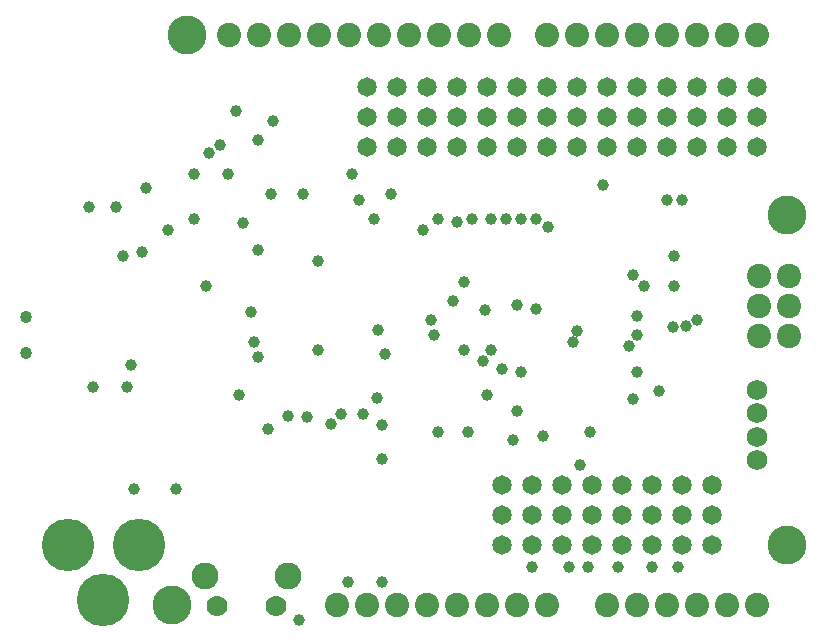
<source format=gbs>
G75*
%MOIN*%
%OFA0B0*%
%FSLAX25Y25*%
%IPPOS*%
%LPD*%
%AMOC8*
5,1,8,0,0,1.08239X$1,22.5*
%
%ADD10C,0.06500*%
%ADD11C,0.17500*%
%ADD12C,0.06799*%
%ADD13C,0.13000*%
%ADD14C,0.08100*%
%ADD15C,0.04043*%
%ADD16C,0.09000*%
%ADD17C,0.07000*%
%ADD18C,0.03869*%
D10*
X0180000Y0036559D03*
X0190000Y0036559D03*
X0200000Y0036559D03*
X0210000Y0036559D03*
X0220000Y0036559D03*
X0230000Y0036559D03*
X0240000Y0036559D03*
X0250000Y0036559D03*
X0250000Y0046559D03*
X0250000Y0056559D03*
X0240000Y0056559D03*
X0230000Y0056559D03*
X0220000Y0056559D03*
X0210000Y0056559D03*
X0200000Y0056559D03*
X0190000Y0056559D03*
X0180000Y0056559D03*
X0180000Y0046559D03*
X0190000Y0046559D03*
X0200000Y0046559D03*
X0210000Y0046559D03*
X0220000Y0046559D03*
X0230000Y0046559D03*
X0240000Y0046559D03*
X0235000Y0169059D03*
X0245000Y0169059D03*
X0255000Y0169059D03*
X0265000Y0169059D03*
X0265000Y0179059D03*
X0265000Y0189059D03*
X0255000Y0189059D03*
X0245000Y0189059D03*
X0235000Y0189059D03*
X0225000Y0189059D03*
X0215000Y0189059D03*
X0205000Y0189059D03*
X0195000Y0189059D03*
X0185000Y0189059D03*
X0175000Y0189059D03*
X0165000Y0189059D03*
X0155000Y0189059D03*
X0145000Y0189059D03*
X0135000Y0189059D03*
X0135000Y0179059D03*
X0145000Y0179059D03*
X0155000Y0179059D03*
X0165000Y0179059D03*
X0175000Y0179059D03*
X0185000Y0179059D03*
X0195000Y0179059D03*
X0205000Y0179059D03*
X0215000Y0179059D03*
X0225000Y0179059D03*
X0235000Y0179059D03*
X0245000Y0179059D03*
X0255000Y0179059D03*
X0225000Y0169059D03*
X0215000Y0169059D03*
X0205000Y0169059D03*
X0195000Y0169059D03*
X0185000Y0169059D03*
X0175000Y0169059D03*
X0165000Y0169059D03*
X0155000Y0169059D03*
X0145000Y0169059D03*
X0135000Y0169059D03*
D11*
X0047126Y0018055D03*
X0058937Y0036559D03*
X0035315Y0036559D03*
D12*
X0265000Y0064748D03*
X0265000Y0072622D03*
X0265000Y0080496D03*
X0265000Y0088370D03*
D13*
X0275000Y0036559D03*
X0275000Y0146559D03*
X0075000Y0206559D03*
X0070000Y0016559D03*
D14*
X0125000Y0016559D03*
X0135000Y0016559D03*
X0145000Y0016559D03*
X0155000Y0016559D03*
X0165000Y0016559D03*
X0175000Y0016559D03*
X0185000Y0016559D03*
X0195000Y0016559D03*
X0215000Y0016559D03*
X0225000Y0016559D03*
X0235000Y0016559D03*
X0245000Y0016559D03*
X0255000Y0016559D03*
X0265000Y0016559D03*
X0265551Y0106362D03*
X0275551Y0106362D03*
X0275551Y0116362D03*
X0275551Y0126362D03*
X0265551Y0126362D03*
X0265551Y0116362D03*
X0265000Y0206559D03*
X0255000Y0206559D03*
X0245000Y0206559D03*
X0235000Y0206559D03*
X0225000Y0206559D03*
X0215000Y0206559D03*
X0205000Y0206559D03*
X0195000Y0206559D03*
X0179000Y0206559D03*
X0169000Y0206559D03*
X0159000Y0206559D03*
X0149000Y0206559D03*
X0139000Y0206559D03*
X0129000Y0206559D03*
X0119000Y0206559D03*
X0109000Y0206559D03*
X0099000Y0206559D03*
X0089000Y0206559D03*
D15*
X0021250Y0112464D03*
X0021250Y0100653D03*
D16*
X0081157Y0026203D03*
X0108716Y0026203D03*
D17*
X0104779Y0016361D03*
X0085094Y0016361D03*
D18*
X0112500Y0011559D03*
X0128750Y0024059D03*
X0140000Y0024059D03*
X0190000Y0029059D03*
X0202500Y0029059D03*
X0208750Y0029059D03*
X0218750Y0029059D03*
X0230000Y0029059D03*
X0238750Y0029059D03*
X0206000Y0063059D03*
X0193750Y0072809D03*
X0183750Y0071559D03*
X0185000Y0081059D03*
X0175000Y0086559D03*
X0180000Y0095309D03*
X0186250Y0094059D03*
X0176250Y0101559D03*
X0173750Y0097809D03*
X0167500Y0101559D03*
X0157500Y0106559D03*
X0156250Y0111559D03*
X0163750Y0117809D03*
X0167500Y0124059D03*
X0174500Y0114809D03*
X0185000Y0116559D03*
X0191250Y0115309D03*
X0205000Y0107809D03*
X0203750Y0104059D03*
X0222500Y0102809D03*
X0225000Y0106559D03*
X0225000Y0112809D03*
X0237000Y0109309D03*
X0241250Y0109559D03*
X0245000Y0111559D03*
X0237500Y0122809D03*
X0227500Y0122809D03*
X0223750Y0126559D03*
X0237500Y0132809D03*
X0235000Y0151559D03*
X0240000Y0151559D03*
X0213750Y0156559D03*
X0195394Y0142484D03*
X0191250Y0145309D03*
X0186250Y0145309D03*
X0181250Y0145309D03*
X0176250Y0145309D03*
X0170000Y0145309D03*
X0165000Y0144059D03*
X0158750Y0145309D03*
X0153750Y0141559D03*
X0142925Y0153447D03*
X0137500Y0145309D03*
X0132500Y0151559D03*
X0130000Y0160309D03*
X0113750Y0153559D03*
X0103000Y0153559D03*
X0093750Y0143809D03*
X0098794Y0134863D03*
X0118733Y0131179D03*
X0096250Y0114059D03*
X0097500Y0104059D03*
X0098750Y0099059D03*
X0092500Y0086559D03*
X0102000Y0075059D03*
X0108694Y0079614D03*
X0115000Y0079059D03*
X0123166Y0076860D03*
X0126250Y0080309D03*
X0133750Y0080309D03*
X0140000Y0076559D03*
X0138500Y0085559D03*
X0141000Y0100309D03*
X0138646Y0108188D03*
X0118750Y0101559D03*
X0081250Y0122809D03*
X0068750Y0141559D03*
X0077500Y0145309D03*
X0061500Y0155559D03*
X0051250Y0149059D03*
X0042500Y0149059D03*
X0060000Y0134059D03*
X0053750Y0132809D03*
X0077500Y0160309D03*
X0082500Y0167059D03*
X0085915Y0169718D03*
X0088750Y0160309D03*
X0098750Y0171559D03*
X0103750Y0177809D03*
X0091250Y0181309D03*
X0056250Y0096559D03*
X0055000Y0089059D03*
X0043750Y0089059D03*
X0057500Y0055309D03*
X0071250Y0055309D03*
X0140000Y0065309D03*
X0158750Y0074059D03*
X0168750Y0074059D03*
X0209500Y0074309D03*
X0223750Y0085309D03*
X0232500Y0087809D03*
X0225000Y0094059D03*
M02*

</source>
